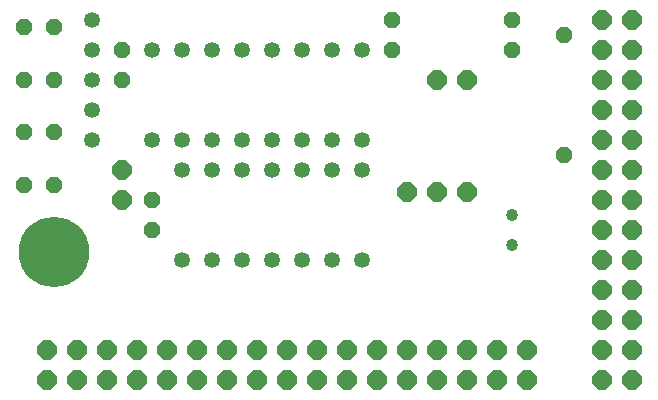
<source format=gbs>
G75*
%MOIN*%
%OFA0B0*%
%FSLAX24Y24*%
%IPPOS*%
%LPD*%
%AMOC8*
5,1,8,0,0,1.08239X$1,22.5*
%
%ADD10OC8,0.0650*%
%ADD11OC8,0.0530*%
%ADD12C,0.0530*%
%ADD13C,0.2350*%
%ADD14C,0.0404*%
D10*
X001450Y001550D03*
X002450Y001550D03*
X003450Y001550D03*
X004450Y001550D03*
X005450Y001550D03*
X006450Y001550D03*
X007450Y001550D03*
X008450Y001550D03*
X009450Y001550D03*
X010450Y001550D03*
X011450Y001550D03*
X012450Y001550D03*
X013450Y001550D03*
X014450Y001550D03*
X015450Y001550D03*
X016450Y001550D03*
X017450Y001550D03*
X017450Y002550D03*
X016450Y002550D03*
X015450Y002550D03*
X014450Y002550D03*
X013450Y002550D03*
X012450Y002550D03*
X011450Y002550D03*
X010450Y002550D03*
X009450Y002550D03*
X008450Y002550D03*
X007450Y002550D03*
X006450Y002550D03*
X005450Y002550D03*
X004450Y002550D03*
X003450Y002550D03*
X002450Y002550D03*
X001450Y002550D03*
X003950Y007550D03*
X003950Y008550D03*
X013450Y007800D03*
X014450Y007800D03*
X015450Y007800D03*
X019950Y007550D03*
X020950Y007550D03*
X020950Y008550D03*
X019950Y008550D03*
X019950Y009550D03*
X020950Y009550D03*
X020950Y010550D03*
X019950Y010550D03*
X019950Y011550D03*
X020950Y011550D03*
X020950Y012550D03*
X019950Y012550D03*
X019950Y013550D03*
X020950Y013550D03*
X015450Y011550D03*
X014450Y011550D03*
X019950Y006550D03*
X020950Y006550D03*
X020950Y005550D03*
X019950Y005550D03*
X019950Y004550D03*
X020950Y004550D03*
X020950Y003550D03*
X019950Y003550D03*
X019950Y002550D03*
X020950Y002550D03*
X020950Y001550D03*
X019950Y001550D03*
D11*
X018700Y009050D03*
X016950Y012550D03*
X016950Y013550D03*
X018700Y013050D03*
X012950Y012550D03*
X012950Y013550D03*
X004950Y007550D03*
X004950Y006550D03*
X001700Y008050D03*
X000700Y008050D03*
X000700Y009800D03*
X001700Y009800D03*
X001700Y011550D03*
X000700Y011550D03*
X000700Y013300D03*
X001700Y013300D03*
X003950Y012550D03*
X003950Y011550D03*
D12*
X002950Y011550D03*
X002950Y010550D03*
X002950Y009550D03*
X004950Y009550D03*
X005950Y009550D03*
X006950Y009550D03*
X007950Y009550D03*
X008950Y009550D03*
X009950Y009550D03*
X010950Y009550D03*
X011950Y009550D03*
X011950Y008550D03*
X010950Y008550D03*
X009950Y008550D03*
X008950Y008550D03*
X007950Y008550D03*
X006950Y008550D03*
X005950Y008550D03*
X005950Y005550D03*
X006950Y005550D03*
X007950Y005550D03*
X008950Y005550D03*
X009950Y005550D03*
X010950Y005550D03*
X011950Y005550D03*
X011950Y012550D03*
X010950Y012550D03*
X009950Y012550D03*
X008950Y012550D03*
X007950Y012550D03*
X006950Y012550D03*
X005950Y012550D03*
X004950Y012550D03*
X002950Y012550D03*
X002950Y013550D03*
D13*
X001700Y005800D03*
D14*
X016950Y006050D03*
X016950Y007050D03*
M02*

</source>
